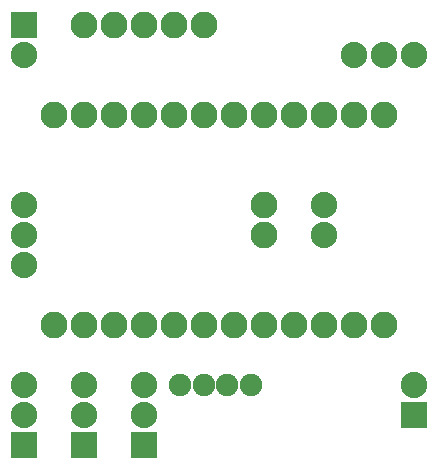
<source format=gts>
G04 MADE WITH FRITZING*
G04 WWW.FRITZING.ORG*
G04 DOUBLE SIDED*
G04 HOLES PLATED*
G04 CONTOUR ON CENTER OF CONTOUR VECTOR*
%ASAXBY*%
%FSLAX23Y23*%
%MOIN*%
%OFA0B0*%
%SFA1.0B1.0*%
%ADD10C,0.089370*%
%ADD11C,0.088000*%
%ADD12C,0.075000*%
%ADD13R,0.088000X0.088000*%
%LNMASK1*%
G90*
G70*
G54D10*
X1337Y1164D03*
X1237Y1164D03*
X1137Y1164D03*
X1037Y1164D03*
X937Y1164D03*
X837Y1164D03*
X737Y1164D03*
X637Y1164D03*
X537Y1164D03*
X437Y1164D03*
X337Y1164D03*
X237Y1164D03*
X1337Y464D03*
X1237Y464D03*
X1137Y464D03*
X1037Y464D03*
X937Y464D03*
X837Y464D03*
X737Y464D03*
X637Y464D03*
X537Y464D03*
X437Y464D03*
X337Y464D03*
X237Y464D03*
G54D11*
X137Y1464D03*
X137Y1364D03*
X1237Y1364D03*
X1337Y1364D03*
X1437Y1364D03*
G54D10*
X337Y1464D03*
X437Y1464D03*
X537Y1464D03*
X637Y1464D03*
X737Y1464D03*
G54D11*
X137Y64D03*
X137Y164D03*
X137Y264D03*
X337Y64D03*
X337Y164D03*
X337Y264D03*
X537Y64D03*
X537Y164D03*
X537Y264D03*
X137Y864D03*
X137Y764D03*
X137Y664D03*
G54D12*
X658Y264D03*
X737Y264D03*
X816Y264D03*
X894Y264D03*
G54D11*
X1137Y864D03*
X1137Y764D03*
X1137Y864D03*
X1137Y764D03*
G54D10*
X937Y864D03*
X937Y764D03*
X937Y864D03*
X937Y764D03*
G54D11*
X1437Y164D03*
X1437Y264D03*
G54D13*
X137Y1464D03*
X137Y64D03*
X337Y64D03*
X537Y64D03*
X1437Y164D03*
G04 End of Mask1*
M02*
</source>
